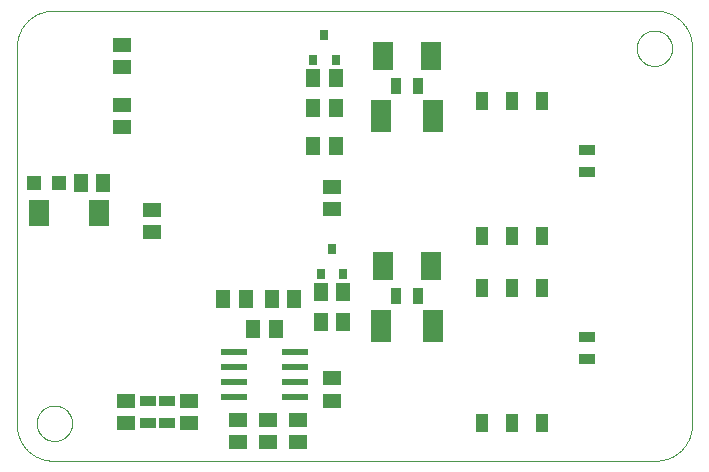
<source format=gtp>
G75*
%MOIN*%
%OFA0B0*%
%FSLAX25Y25*%
%IPPOS*%
%LPD*%
%AMOC8*
5,1,8,0,0,1.08239X$1,22.5*
%
%ADD10C,0.00000*%
%ADD11R,0.05906X0.05118*%
%ADD12R,0.05118X0.05906*%
%ADD13R,0.07087X0.09449*%
%ADD14R,0.08661X0.02362*%
%ADD15R,0.03150X0.03543*%
%ADD16R,0.03543X0.05512*%
%ADD17R,0.05512X0.03543*%
%ADD18R,0.07087X0.10630*%
%ADD19R,0.07087X0.08661*%
%ADD20R,0.04724X0.04724*%
%ADD21R,0.04000X0.06000*%
D10*
X0016500Y0005500D02*
X0217500Y0005500D01*
X0217790Y0005504D01*
X0218080Y0005514D01*
X0218369Y0005532D01*
X0218658Y0005556D01*
X0218946Y0005587D01*
X0219234Y0005626D01*
X0219520Y0005671D01*
X0219806Y0005724D01*
X0220089Y0005783D01*
X0220372Y0005849D01*
X0220652Y0005921D01*
X0220931Y0006001D01*
X0221208Y0006087D01*
X0221483Y0006180D01*
X0221755Y0006280D01*
X0222025Y0006386D01*
X0222292Y0006498D01*
X0222557Y0006618D01*
X0222818Y0006743D01*
X0223077Y0006875D01*
X0223332Y0007012D01*
X0223584Y0007156D01*
X0223832Y0007306D01*
X0224076Y0007462D01*
X0224317Y0007624D01*
X0224553Y0007792D01*
X0224786Y0007965D01*
X0225014Y0008144D01*
X0225238Y0008328D01*
X0225457Y0008518D01*
X0225672Y0008713D01*
X0225882Y0008913D01*
X0226087Y0009118D01*
X0226287Y0009328D01*
X0226482Y0009543D01*
X0226672Y0009762D01*
X0226856Y0009986D01*
X0227035Y0010214D01*
X0227208Y0010447D01*
X0227376Y0010683D01*
X0227538Y0010924D01*
X0227694Y0011168D01*
X0227844Y0011416D01*
X0227988Y0011668D01*
X0228125Y0011923D01*
X0228257Y0012182D01*
X0228382Y0012443D01*
X0228502Y0012708D01*
X0228614Y0012975D01*
X0228720Y0013245D01*
X0228820Y0013517D01*
X0228913Y0013792D01*
X0228999Y0014069D01*
X0229079Y0014348D01*
X0229151Y0014628D01*
X0229217Y0014911D01*
X0229276Y0015194D01*
X0229329Y0015480D01*
X0229374Y0015766D01*
X0229413Y0016054D01*
X0229444Y0016342D01*
X0229468Y0016631D01*
X0229486Y0016920D01*
X0229496Y0017210D01*
X0229500Y0017500D01*
X0229500Y0143500D01*
X0229496Y0143790D01*
X0229486Y0144080D01*
X0229468Y0144369D01*
X0229444Y0144658D01*
X0229413Y0144946D01*
X0229374Y0145234D01*
X0229329Y0145520D01*
X0229276Y0145806D01*
X0229217Y0146089D01*
X0229151Y0146372D01*
X0229079Y0146652D01*
X0228999Y0146931D01*
X0228913Y0147208D01*
X0228820Y0147483D01*
X0228720Y0147755D01*
X0228614Y0148025D01*
X0228502Y0148292D01*
X0228382Y0148557D01*
X0228257Y0148818D01*
X0228125Y0149077D01*
X0227988Y0149332D01*
X0227844Y0149584D01*
X0227694Y0149832D01*
X0227538Y0150076D01*
X0227376Y0150317D01*
X0227208Y0150553D01*
X0227035Y0150786D01*
X0226856Y0151014D01*
X0226672Y0151238D01*
X0226482Y0151457D01*
X0226287Y0151672D01*
X0226087Y0151882D01*
X0225882Y0152087D01*
X0225672Y0152287D01*
X0225457Y0152482D01*
X0225238Y0152672D01*
X0225014Y0152856D01*
X0224786Y0153035D01*
X0224553Y0153208D01*
X0224317Y0153376D01*
X0224076Y0153538D01*
X0223832Y0153694D01*
X0223584Y0153844D01*
X0223332Y0153988D01*
X0223077Y0154125D01*
X0222818Y0154257D01*
X0222557Y0154382D01*
X0222292Y0154502D01*
X0222025Y0154614D01*
X0221755Y0154720D01*
X0221483Y0154820D01*
X0221208Y0154913D01*
X0220931Y0154999D01*
X0220652Y0155079D01*
X0220372Y0155151D01*
X0220089Y0155217D01*
X0219806Y0155276D01*
X0219520Y0155329D01*
X0219234Y0155374D01*
X0218946Y0155413D01*
X0218658Y0155444D01*
X0218369Y0155468D01*
X0218080Y0155486D01*
X0217790Y0155496D01*
X0217500Y0155500D01*
X0016500Y0155500D01*
X0016210Y0155496D01*
X0015920Y0155486D01*
X0015631Y0155468D01*
X0015342Y0155444D01*
X0015054Y0155413D01*
X0014766Y0155374D01*
X0014480Y0155329D01*
X0014194Y0155276D01*
X0013911Y0155217D01*
X0013628Y0155151D01*
X0013348Y0155079D01*
X0013069Y0154999D01*
X0012792Y0154913D01*
X0012517Y0154820D01*
X0012245Y0154720D01*
X0011975Y0154614D01*
X0011708Y0154502D01*
X0011443Y0154382D01*
X0011182Y0154257D01*
X0010923Y0154125D01*
X0010668Y0153988D01*
X0010416Y0153844D01*
X0010168Y0153694D01*
X0009924Y0153538D01*
X0009683Y0153376D01*
X0009447Y0153208D01*
X0009214Y0153035D01*
X0008986Y0152856D01*
X0008762Y0152672D01*
X0008543Y0152482D01*
X0008328Y0152287D01*
X0008118Y0152087D01*
X0007913Y0151882D01*
X0007713Y0151672D01*
X0007518Y0151457D01*
X0007328Y0151238D01*
X0007144Y0151014D01*
X0006965Y0150786D01*
X0006792Y0150553D01*
X0006624Y0150317D01*
X0006462Y0150076D01*
X0006306Y0149832D01*
X0006156Y0149584D01*
X0006012Y0149332D01*
X0005875Y0149077D01*
X0005743Y0148818D01*
X0005618Y0148557D01*
X0005498Y0148292D01*
X0005386Y0148025D01*
X0005280Y0147755D01*
X0005180Y0147483D01*
X0005087Y0147208D01*
X0005001Y0146931D01*
X0004921Y0146652D01*
X0004849Y0146372D01*
X0004783Y0146089D01*
X0004724Y0145806D01*
X0004671Y0145520D01*
X0004626Y0145234D01*
X0004587Y0144946D01*
X0004556Y0144658D01*
X0004532Y0144369D01*
X0004514Y0144080D01*
X0004504Y0143790D01*
X0004500Y0143500D01*
X0004500Y0017500D01*
X0004504Y0017210D01*
X0004514Y0016920D01*
X0004532Y0016631D01*
X0004556Y0016342D01*
X0004587Y0016054D01*
X0004626Y0015766D01*
X0004671Y0015480D01*
X0004724Y0015194D01*
X0004783Y0014911D01*
X0004849Y0014628D01*
X0004921Y0014348D01*
X0005001Y0014069D01*
X0005087Y0013792D01*
X0005180Y0013517D01*
X0005280Y0013245D01*
X0005386Y0012975D01*
X0005498Y0012708D01*
X0005618Y0012443D01*
X0005743Y0012182D01*
X0005875Y0011923D01*
X0006012Y0011668D01*
X0006156Y0011416D01*
X0006306Y0011168D01*
X0006462Y0010924D01*
X0006624Y0010683D01*
X0006792Y0010447D01*
X0006965Y0010214D01*
X0007144Y0009986D01*
X0007328Y0009762D01*
X0007518Y0009543D01*
X0007713Y0009328D01*
X0007913Y0009118D01*
X0008118Y0008913D01*
X0008328Y0008713D01*
X0008543Y0008518D01*
X0008762Y0008328D01*
X0008986Y0008144D01*
X0009214Y0007965D01*
X0009447Y0007792D01*
X0009683Y0007624D01*
X0009924Y0007462D01*
X0010168Y0007306D01*
X0010416Y0007156D01*
X0010668Y0007012D01*
X0010923Y0006875D01*
X0011182Y0006743D01*
X0011443Y0006618D01*
X0011708Y0006498D01*
X0011975Y0006386D01*
X0012245Y0006280D01*
X0012517Y0006180D01*
X0012792Y0006087D01*
X0013069Y0006001D01*
X0013348Y0005921D01*
X0013628Y0005849D01*
X0013911Y0005783D01*
X0014194Y0005724D01*
X0014480Y0005671D01*
X0014766Y0005626D01*
X0015054Y0005587D01*
X0015342Y0005556D01*
X0015631Y0005532D01*
X0015920Y0005514D01*
X0016210Y0005504D01*
X0016500Y0005500D01*
X0011094Y0018000D02*
X0011096Y0018153D01*
X0011102Y0018307D01*
X0011112Y0018460D01*
X0011126Y0018612D01*
X0011144Y0018765D01*
X0011166Y0018916D01*
X0011191Y0019067D01*
X0011221Y0019218D01*
X0011255Y0019368D01*
X0011292Y0019516D01*
X0011333Y0019664D01*
X0011378Y0019810D01*
X0011427Y0019956D01*
X0011480Y0020100D01*
X0011536Y0020242D01*
X0011596Y0020383D01*
X0011660Y0020523D01*
X0011727Y0020661D01*
X0011798Y0020797D01*
X0011873Y0020931D01*
X0011950Y0021063D01*
X0012032Y0021193D01*
X0012116Y0021321D01*
X0012204Y0021447D01*
X0012295Y0021570D01*
X0012389Y0021691D01*
X0012487Y0021809D01*
X0012587Y0021925D01*
X0012691Y0022038D01*
X0012797Y0022149D01*
X0012906Y0022257D01*
X0013018Y0022362D01*
X0013132Y0022463D01*
X0013250Y0022562D01*
X0013369Y0022658D01*
X0013491Y0022751D01*
X0013616Y0022840D01*
X0013743Y0022927D01*
X0013872Y0023009D01*
X0014003Y0023089D01*
X0014136Y0023165D01*
X0014271Y0023238D01*
X0014408Y0023307D01*
X0014547Y0023372D01*
X0014687Y0023434D01*
X0014829Y0023492D01*
X0014972Y0023547D01*
X0015117Y0023598D01*
X0015263Y0023645D01*
X0015410Y0023688D01*
X0015558Y0023727D01*
X0015707Y0023763D01*
X0015857Y0023794D01*
X0016008Y0023822D01*
X0016159Y0023846D01*
X0016312Y0023866D01*
X0016464Y0023882D01*
X0016617Y0023894D01*
X0016770Y0023902D01*
X0016923Y0023906D01*
X0017077Y0023906D01*
X0017230Y0023902D01*
X0017383Y0023894D01*
X0017536Y0023882D01*
X0017688Y0023866D01*
X0017841Y0023846D01*
X0017992Y0023822D01*
X0018143Y0023794D01*
X0018293Y0023763D01*
X0018442Y0023727D01*
X0018590Y0023688D01*
X0018737Y0023645D01*
X0018883Y0023598D01*
X0019028Y0023547D01*
X0019171Y0023492D01*
X0019313Y0023434D01*
X0019453Y0023372D01*
X0019592Y0023307D01*
X0019729Y0023238D01*
X0019864Y0023165D01*
X0019997Y0023089D01*
X0020128Y0023009D01*
X0020257Y0022927D01*
X0020384Y0022840D01*
X0020509Y0022751D01*
X0020631Y0022658D01*
X0020750Y0022562D01*
X0020868Y0022463D01*
X0020982Y0022362D01*
X0021094Y0022257D01*
X0021203Y0022149D01*
X0021309Y0022038D01*
X0021413Y0021925D01*
X0021513Y0021809D01*
X0021611Y0021691D01*
X0021705Y0021570D01*
X0021796Y0021447D01*
X0021884Y0021321D01*
X0021968Y0021193D01*
X0022050Y0021063D01*
X0022127Y0020931D01*
X0022202Y0020797D01*
X0022273Y0020661D01*
X0022340Y0020523D01*
X0022404Y0020383D01*
X0022464Y0020242D01*
X0022520Y0020100D01*
X0022573Y0019956D01*
X0022622Y0019810D01*
X0022667Y0019664D01*
X0022708Y0019516D01*
X0022745Y0019368D01*
X0022779Y0019218D01*
X0022809Y0019067D01*
X0022834Y0018916D01*
X0022856Y0018765D01*
X0022874Y0018612D01*
X0022888Y0018460D01*
X0022898Y0018307D01*
X0022904Y0018153D01*
X0022906Y0018000D01*
X0022904Y0017847D01*
X0022898Y0017693D01*
X0022888Y0017540D01*
X0022874Y0017388D01*
X0022856Y0017235D01*
X0022834Y0017084D01*
X0022809Y0016933D01*
X0022779Y0016782D01*
X0022745Y0016632D01*
X0022708Y0016484D01*
X0022667Y0016336D01*
X0022622Y0016190D01*
X0022573Y0016044D01*
X0022520Y0015900D01*
X0022464Y0015758D01*
X0022404Y0015617D01*
X0022340Y0015477D01*
X0022273Y0015339D01*
X0022202Y0015203D01*
X0022127Y0015069D01*
X0022050Y0014937D01*
X0021968Y0014807D01*
X0021884Y0014679D01*
X0021796Y0014553D01*
X0021705Y0014430D01*
X0021611Y0014309D01*
X0021513Y0014191D01*
X0021413Y0014075D01*
X0021309Y0013962D01*
X0021203Y0013851D01*
X0021094Y0013743D01*
X0020982Y0013638D01*
X0020868Y0013537D01*
X0020750Y0013438D01*
X0020631Y0013342D01*
X0020509Y0013249D01*
X0020384Y0013160D01*
X0020257Y0013073D01*
X0020128Y0012991D01*
X0019997Y0012911D01*
X0019864Y0012835D01*
X0019729Y0012762D01*
X0019592Y0012693D01*
X0019453Y0012628D01*
X0019313Y0012566D01*
X0019171Y0012508D01*
X0019028Y0012453D01*
X0018883Y0012402D01*
X0018737Y0012355D01*
X0018590Y0012312D01*
X0018442Y0012273D01*
X0018293Y0012237D01*
X0018143Y0012206D01*
X0017992Y0012178D01*
X0017841Y0012154D01*
X0017688Y0012134D01*
X0017536Y0012118D01*
X0017383Y0012106D01*
X0017230Y0012098D01*
X0017077Y0012094D01*
X0016923Y0012094D01*
X0016770Y0012098D01*
X0016617Y0012106D01*
X0016464Y0012118D01*
X0016312Y0012134D01*
X0016159Y0012154D01*
X0016008Y0012178D01*
X0015857Y0012206D01*
X0015707Y0012237D01*
X0015558Y0012273D01*
X0015410Y0012312D01*
X0015263Y0012355D01*
X0015117Y0012402D01*
X0014972Y0012453D01*
X0014829Y0012508D01*
X0014687Y0012566D01*
X0014547Y0012628D01*
X0014408Y0012693D01*
X0014271Y0012762D01*
X0014136Y0012835D01*
X0014003Y0012911D01*
X0013872Y0012991D01*
X0013743Y0013073D01*
X0013616Y0013160D01*
X0013491Y0013249D01*
X0013369Y0013342D01*
X0013250Y0013438D01*
X0013132Y0013537D01*
X0013018Y0013638D01*
X0012906Y0013743D01*
X0012797Y0013851D01*
X0012691Y0013962D01*
X0012587Y0014075D01*
X0012487Y0014191D01*
X0012389Y0014309D01*
X0012295Y0014430D01*
X0012204Y0014553D01*
X0012116Y0014679D01*
X0012032Y0014807D01*
X0011950Y0014937D01*
X0011873Y0015069D01*
X0011798Y0015203D01*
X0011727Y0015339D01*
X0011660Y0015477D01*
X0011596Y0015617D01*
X0011536Y0015758D01*
X0011480Y0015900D01*
X0011427Y0016044D01*
X0011378Y0016190D01*
X0011333Y0016336D01*
X0011292Y0016484D01*
X0011255Y0016632D01*
X0011221Y0016782D01*
X0011191Y0016933D01*
X0011166Y0017084D01*
X0011144Y0017235D01*
X0011126Y0017388D01*
X0011112Y0017540D01*
X0011102Y0017693D01*
X0011096Y0017847D01*
X0011094Y0018000D01*
X0211094Y0143000D02*
X0211096Y0143153D01*
X0211102Y0143307D01*
X0211112Y0143460D01*
X0211126Y0143612D01*
X0211144Y0143765D01*
X0211166Y0143916D01*
X0211191Y0144067D01*
X0211221Y0144218D01*
X0211255Y0144368D01*
X0211292Y0144516D01*
X0211333Y0144664D01*
X0211378Y0144810D01*
X0211427Y0144956D01*
X0211480Y0145100D01*
X0211536Y0145242D01*
X0211596Y0145383D01*
X0211660Y0145523D01*
X0211727Y0145661D01*
X0211798Y0145797D01*
X0211873Y0145931D01*
X0211950Y0146063D01*
X0212032Y0146193D01*
X0212116Y0146321D01*
X0212204Y0146447D01*
X0212295Y0146570D01*
X0212389Y0146691D01*
X0212487Y0146809D01*
X0212587Y0146925D01*
X0212691Y0147038D01*
X0212797Y0147149D01*
X0212906Y0147257D01*
X0213018Y0147362D01*
X0213132Y0147463D01*
X0213250Y0147562D01*
X0213369Y0147658D01*
X0213491Y0147751D01*
X0213616Y0147840D01*
X0213743Y0147927D01*
X0213872Y0148009D01*
X0214003Y0148089D01*
X0214136Y0148165D01*
X0214271Y0148238D01*
X0214408Y0148307D01*
X0214547Y0148372D01*
X0214687Y0148434D01*
X0214829Y0148492D01*
X0214972Y0148547D01*
X0215117Y0148598D01*
X0215263Y0148645D01*
X0215410Y0148688D01*
X0215558Y0148727D01*
X0215707Y0148763D01*
X0215857Y0148794D01*
X0216008Y0148822D01*
X0216159Y0148846D01*
X0216312Y0148866D01*
X0216464Y0148882D01*
X0216617Y0148894D01*
X0216770Y0148902D01*
X0216923Y0148906D01*
X0217077Y0148906D01*
X0217230Y0148902D01*
X0217383Y0148894D01*
X0217536Y0148882D01*
X0217688Y0148866D01*
X0217841Y0148846D01*
X0217992Y0148822D01*
X0218143Y0148794D01*
X0218293Y0148763D01*
X0218442Y0148727D01*
X0218590Y0148688D01*
X0218737Y0148645D01*
X0218883Y0148598D01*
X0219028Y0148547D01*
X0219171Y0148492D01*
X0219313Y0148434D01*
X0219453Y0148372D01*
X0219592Y0148307D01*
X0219729Y0148238D01*
X0219864Y0148165D01*
X0219997Y0148089D01*
X0220128Y0148009D01*
X0220257Y0147927D01*
X0220384Y0147840D01*
X0220509Y0147751D01*
X0220631Y0147658D01*
X0220750Y0147562D01*
X0220868Y0147463D01*
X0220982Y0147362D01*
X0221094Y0147257D01*
X0221203Y0147149D01*
X0221309Y0147038D01*
X0221413Y0146925D01*
X0221513Y0146809D01*
X0221611Y0146691D01*
X0221705Y0146570D01*
X0221796Y0146447D01*
X0221884Y0146321D01*
X0221968Y0146193D01*
X0222050Y0146063D01*
X0222127Y0145931D01*
X0222202Y0145797D01*
X0222273Y0145661D01*
X0222340Y0145523D01*
X0222404Y0145383D01*
X0222464Y0145242D01*
X0222520Y0145100D01*
X0222573Y0144956D01*
X0222622Y0144810D01*
X0222667Y0144664D01*
X0222708Y0144516D01*
X0222745Y0144368D01*
X0222779Y0144218D01*
X0222809Y0144067D01*
X0222834Y0143916D01*
X0222856Y0143765D01*
X0222874Y0143612D01*
X0222888Y0143460D01*
X0222898Y0143307D01*
X0222904Y0143153D01*
X0222906Y0143000D01*
X0222904Y0142847D01*
X0222898Y0142693D01*
X0222888Y0142540D01*
X0222874Y0142388D01*
X0222856Y0142235D01*
X0222834Y0142084D01*
X0222809Y0141933D01*
X0222779Y0141782D01*
X0222745Y0141632D01*
X0222708Y0141484D01*
X0222667Y0141336D01*
X0222622Y0141190D01*
X0222573Y0141044D01*
X0222520Y0140900D01*
X0222464Y0140758D01*
X0222404Y0140617D01*
X0222340Y0140477D01*
X0222273Y0140339D01*
X0222202Y0140203D01*
X0222127Y0140069D01*
X0222050Y0139937D01*
X0221968Y0139807D01*
X0221884Y0139679D01*
X0221796Y0139553D01*
X0221705Y0139430D01*
X0221611Y0139309D01*
X0221513Y0139191D01*
X0221413Y0139075D01*
X0221309Y0138962D01*
X0221203Y0138851D01*
X0221094Y0138743D01*
X0220982Y0138638D01*
X0220868Y0138537D01*
X0220750Y0138438D01*
X0220631Y0138342D01*
X0220509Y0138249D01*
X0220384Y0138160D01*
X0220257Y0138073D01*
X0220128Y0137991D01*
X0219997Y0137911D01*
X0219864Y0137835D01*
X0219729Y0137762D01*
X0219592Y0137693D01*
X0219453Y0137628D01*
X0219313Y0137566D01*
X0219171Y0137508D01*
X0219028Y0137453D01*
X0218883Y0137402D01*
X0218737Y0137355D01*
X0218590Y0137312D01*
X0218442Y0137273D01*
X0218293Y0137237D01*
X0218143Y0137206D01*
X0217992Y0137178D01*
X0217841Y0137154D01*
X0217688Y0137134D01*
X0217536Y0137118D01*
X0217383Y0137106D01*
X0217230Y0137098D01*
X0217077Y0137094D01*
X0216923Y0137094D01*
X0216770Y0137098D01*
X0216617Y0137106D01*
X0216464Y0137118D01*
X0216312Y0137134D01*
X0216159Y0137154D01*
X0216008Y0137178D01*
X0215857Y0137206D01*
X0215707Y0137237D01*
X0215558Y0137273D01*
X0215410Y0137312D01*
X0215263Y0137355D01*
X0215117Y0137402D01*
X0214972Y0137453D01*
X0214829Y0137508D01*
X0214687Y0137566D01*
X0214547Y0137628D01*
X0214408Y0137693D01*
X0214271Y0137762D01*
X0214136Y0137835D01*
X0214003Y0137911D01*
X0213872Y0137991D01*
X0213743Y0138073D01*
X0213616Y0138160D01*
X0213491Y0138249D01*
X0213369Y0138342D01*
X0213250Y0138438D01*
X0213132Y0138537D01*
X0213018Y0138638D01*
X0212906Y0138743D01*
X0212797Y0138851D01*
X0212691Y0138962D01*
X0212587Y0139075D01*
X0212487Y0139191D01*
X0212389Y0139309D01*
X0212295Y0139430D01*
X0212204Y0139553D01*
X0212116Y0139679D01*
X0212032Y0139807D01*
X0211950Y0139937D01*
X0211873Y0140069D01*
X0211798Y0140203D01*
X0211727Y0140339D01*
X0211660Y0140477D01*
X0211596Y0140617D01*
X0211536Y0140758D01*
X0211480Y0140900D01*
X0211427Y0141044D01*
X0211378Y0141190D01*
X0211333Y0141336D01*
X0211292Y0141484D01*
X0211255Y0141632D01*
X0211221Y0141782D01*
X0211191Y0141933D01*
X0211166Y0142084D01*
X0211144Y0142235D01*
X0211126Y0142388D01*
X0211112Y0142540D01*
X0211102Y0142693D01*
X0211096Y0142847D01*
X0211094Y0143000D01*
D11*
X0109500Y0096740D03*
X0109500Y0089260D03*
X0049500Y0089240D03*
X0049500Y0081760D03*
X0039500Y0116760D03*
X0039500Y0124240D03*
X0039500Y0136760D03*
X0039500Y0144240D03*
X0109500Y0032990D03*
X0109500Y0025510D03*
X0098250Y0019240D03*
X0088250Y0019240D03*
X0078250Y0019240D03*
X0078250Y0011760D03*
X0088250Y0011760D03*
X0098250Y0011760D03*
X0062000Y0018010D03*
X0062000Y0025490D03*
X0040750Y0025490D03*
X0040750Y0018010D03*
D12*
X0083260Y0049250D03*
X0090740Y0049250D03*
X0089510Y0059250D03*
X0096990Y0059250D03*
X0105760Y0061750D03*
X0113240Y0061750D03*
X0113240Y0051750D03*
X0105760Y0051750D03*
X0080740Y0059250D03*
X0073260Y0059250D03*
X0033240Y0098000D03*
X0025760Y0098000D03*
X0103260Y0110500D03*
X0110740Y0110500D03*
X0110740Y0123000D03*
X0103260Y0123000D03*
X0103260Y0133000D03*
X0110740Y0133000D03*
D13*
X0126528Y0140500D03*
X0142472Y0140500D03*
X0142472Y0070500D03*
X0126528Y0070500D03*
D14*
X0097236Y0041750D03*
X0097236Y0036750D03*
X0097236Y0031750D03*
X0097236Y0026750D03*
X0076764Y0026750D03*
X0076764Y0031750D03*
X0076764Y0036750D03*
X0076764Y0041750D03*
D15*
X0105760Y0067813D03*
X0113240Y0067813D03*
X0109500Y0076081D03*
X0110740Y0139063D03*
X0103260Y0139063D03*
X0107000Y0147331D03*
D16*
X0130760Y0130500D03*
X0138240Y0130500D03*
X0138240Y0060500D03*
X0130760Y0060500D03*
D17*
X0194500Y0046740D03*
X0194500Y0039260D03*
X0194500Y0101760D03*
X0194500Y0109240D03*
X0054500Y0025490D03*
X0048250Y0025490D03*
X0048250Y0018010D03*
X0054500Y0018010D03*
D18*
X0125839Y0050500D03*
X0143161Y0050500D03*
X0143161Y0120500D03*
X0125839Y0120500D03*
D19*
X0032039Y0088000D03*
X0011961Y0088000D03*
D20*
X0010366Y0098000D03*
X0018634Y0098000D03*
D21*
X0159500Y0080500D03*
X0169500Y0080500D03*
X0179500Y0080500D03*
X0179500Y0063000D03*
X0169500Y0063000D03*
X0159500Y0063000D03*
X0159500Y0018000D03*
X0169500Y0018000D03*
X0179500Y0018000D03*
X0179500Y0125500D03*
X0169500Y0125500D03*
X0159500Y0125500D03*
M02*

</source>
